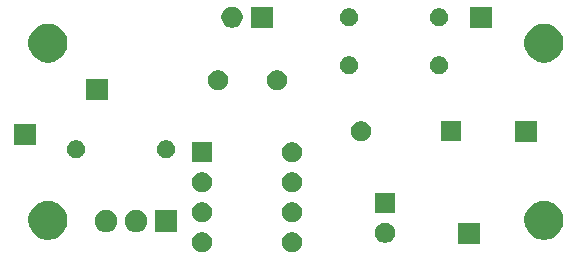
<source format=gbr>
%TF.GenerationSoftware,KiCad,Pcbnew,(5.1.5)-3*%
%TF.CreationDate,2020-04-15T21:14:40+02:00*%
%TF.ProjectId,NE555,4e453535-352e-46b6-9963-61645f706362,v1.1*%
%TF.SameCoordinates,Original*%
%TF.FileFunction,Soldermask,Bot*%
%TF.FilePolarity,Negative*%
%FSLAX46Y46*%
G04 Gerber Fmt 4.6, Leading zero omitted, Abs format (unit mm)*
G04 Created by KiCad (PCBNEW (5.1.5)-3) date 2020-04-15 21:14:40*
%MOMM*%
%LPD*%
G04 APERTURE LIST*
%ADD10C,0.100000*%
G04 APERTURE END LIST*
D10*
G36*
X105912228Y-117037703D02*
G01*
X106067100Y-117101853D01*
X106206481Y-117194985D01*
X106325015Y-117313519D01*
X106418147Y-117452900D01*
X106482297Y-117607772D01*
X106515000Y-117772184D01*
X106515000Y-117939816D01*
X106482297Y-118104228D01*
X106418147Y-118259100D01*
X106325015Y-118398481D01*
X106206481Y-118517015D01*
X106067100Y-118610147D01*
X105912228Y-118674297D01*
X105747816Y-118707000D01*
X105580184Y-118707000D01*
X105415772Y-118674297D01*
X105260900Y-118610147D01*
X105121519Y-118517015D01*
X105002985Y-118398481D01*
X104909853Y-118259100D01*
X104845703Y-118104228D01*
X104813000Y-117939816D01*
X104813000Y-117772184D01*
X104845703Y-117607772D01*
X104909853Y-117452900D01*
X105002985Y-117313519D01*
X105121519Y-117194985D01*
X105260900Y-117101853D01*
X105415772Y-117037703D01*
X105580184Y-117005000D01*
X105747816Y-117005000D01*
X105912228Y-117037703D01*
G37*
G36*
X98292228Y-117037703D02*
G01*
X98447100Y-117101853D01*
X98586481Y-117194985D01*
X98705015Y-117313519D01*
X98798147Y-117452900D01*
X98862297Y-117607772D01*
X98895000Y-117772184D01*
X98895000Y-117939816D01*
X98862297Y-118104228D01*
X98798147Y-118259100D01*
X98705015Y-118398481D01*
X98586481Y-118517015D01*
X98447100Y-118610147D01*
X98292228Y-118674297D01*
X98127816Y-118707000D01*
X97960184Y-118707000D01*
X97795772Y-118674297D01*
X97640900Y-118610147D01*
X97501519Y-118517015D01*
X97382985Y-118398481D01*
X97289853Y-118259100D01*
X97225703Y-118104228D01*
X97193000Y-117939816D01*
X97193000Y-117772184D01*
X97225703Y-117607772D01*
X97289853Y-117452900D01*
X97382985Y-117313519D01*
X97501519Y-117194985D01*
X97640900Y-117101853D01*
X97795772Y-117037703D01*
X97960184Y-117005000D01*
X98127816Y-117005000D01*
X98292228Y-117037703D01*
G37*
G36*
X121551000Y-117995000D02*
G01*
X119749000Y-117995000D01*
X119749000Y-116193000D01*
X121551000Y-116193000D01*
X121551000Y-117995000D01*
G37*
G36*
X113786228Y-116235703D02*
G01*
X113941100Y-116299853D01*
X114080481Y-116392985D01*
X114199015Y-116511519D01*
X114292147Y-116650900D01*
X114356297Y-116805772D01*
X114389000Y-116970184D01*
X114389000Y-117137816D01*
X114356297Y-117302228D01*
X114292147Y-117457100D01*
X114199015Y-117596481D01*
X114080481Y-117715015D01*
X113941100Y-117808147D01*
X113786228Y-117872297D01*
X113621816Y-117905000D01*
X113454184Y-117905000D01*
X113289772Y-117872297D01*
X113134900Y-117808147D01*
X112995519Y-117715015D01*
X112876985Y-117596481D01*
X112783853Y-117457100D01*
X112719703Y-117302228D01*
X112687000Y-117137816D01*
X112687000Y-116970184D01*
X112719703Y-116805772D01*
X112783853Y-116650900D01*
X112876985Y-116511519D01*
X112995519Y-116392985D01*
X113134900Y-116299853D01*
X113289772Y-116235703D01*
X113454184Y-116203000D01*
X113621816Y-116203000D01*
X113786228Y-116235703D01*
G37*
G36*
X85375256Y-114391298D02*
G01*
X85481579Y-114412447D01*
X85782042Y-114536903D01*
X86052451Y-114717585D01*
X86282415Y-114947549D01*
X86463097Y-115217958D01*
X86463098Y-115217960D01*
X86499550Y-115305963D01*
X86587553Y-115518421D01*
X86596665Y-115564229D01*
X86651000Y-115837389D01*
X86651000Y-116162611D01*
X86623701Y-116299852D01*
X86587553Y-116481579D01*
X86463097Y-116782042D01*
X86282415Y-117052451D01*
X86052451Y-117282415D01*
X85782042Y-117463097D01*
X85481579Y-117587553D01*
X85379936Y-117607771D01*
X85162611Y-117651000D01*
X84837389Y-117651000D01*
X84620064Y-117607771D01*
X84518421Y-117587553D01*
X84217958Y-117463097D01*
X83947549Y-117282415D01*
X83717585Y-117052451D01*
X83536903Y-116782042D01*
X83412447Y-116481579D01*
X83376299Y-116299852D01*
X83349000Y-116162611D01*
X83349000Y-115837389D01*
X83403335Y-115564229D01*
X83412447Y-115518421D01*
X83500450Y-115305963D01*
X83536902Y-115217960D01*
X83536903Y-115217958D01*
X83717585Y-114947549D01*
X83947549Y-114717585D01*
X84217958Y-114536903D01*
X84518421Y-114412447D01*
X84624744Y-114391298D01*
X84837389Y-114349000D01*
X85162611Y-114349000D01*
X85375256Y-114391298D01*
G37*
G36*
X127375256Y-114391298D02*
G01*
X127481579Y-114412447D01*
X127782042Y-114536903D01*
X128052451Y-114717585D01*
X128282415Y-114947549D01*
X128463097Y-115217958D01*
X128463098Y-115217960D01*
X128499550Y-115305963D01*
X128587553Y-115518421D01*
X128596665Y-115564229D01*
X128651000Y-115837389D01*
X128651000Y-116162611D01*
X128623701Y-116299852D01*
X128587553Y-116481579D01*
X128463097Y-116782042D01*
X128282415Y-117052451D01*
X128052451Y-117282415D01*
X127782042Y-117463097D01*
X127481579Y-117587553D01*
X127379936Y-117607771D01*
X127162611Y-117651000D01*
X126837389Y-117651000D01*
X126620064Y-117607771D01*
X126518421Y-117587553D01*
X126217958Y-117463097D01*
X125947549Y-117282415D01*
X125717585Y-117052451D01*
X125536903Y-116782042D01*
X125412447Y-116481579D01*
X125376299Y-116299852D01*
X125349000Y-116162611D01*
X125349000Y-115837389D01*
X125403335Y-115564229D01*
X125412447Y-115518421D01*
X125500450Y-115305963D01*
X125536902Y-115217960D01*
X125536903Y-115217958D01*
X125717585Y-114947549D01*
X125947549Y-114717585D01*
X126217958Y-114536903D01*
X126518421Y-114412447D01*
X126624744Y-114391298D01*
X126837389Y-114349000D01*
X127162611Y-114349000D01*
X127375256Y-114391298D01*
G37*
G36*
X95947000Y-117029000D02*
G01*
X94045000Y-117029000D01*
X94045000Y-115127000D01*
X95947000Y-115127000D01*
X95947000Y-117029000D01*
G37*
G36*
X92733395Y-115163546D02*
G01*
X92906466Y-115235234D01*
X92906467Y-115235235D01*
X93062227Y-115339310D01*
X93194690Y-115471773D01*
X93194691Y-115471775D01*
X93298766Y-115627534D01*
X93370454Y-115800605D01*
X93407000Y-115984333D01*
X93407000Y-116171667D01*
X93370454Y-116355395D01*
X93298766Y-116528466D01*
X93298765Y-116528467D01*
X93194690Y-116684227D01*
X93062227Y-116816690D01*
X92983818Y-116869081D01*
X92906466Y-116920766D01*
X92733395Y-116992454D01*
X92549667Y-117029000D01*
X92362333Y-117029000D01*
X92178605Y-116992454D01*
X92005534Y-116920766D01*
X91928182Y-116869081D01*
X91849773Y-116816690D01*
X91717310Y-116684227D01*
X91613235Y-116528467D01*
X91613234Y-116528466D01*
X91541546Y-116355395D01*
X91505000Y-116171667D01*
X91505000Y-115984333D01*
X91541546Y-115800605D01*
X91613234Y-115627534D01*
X91717309Y-115471775D01*
X91717310Y-115471773D01*
X91849773Y-115339310D01*
X92005533Y-115235235D01*
X92005534Y-115235234D01*
X92178605Y-115163546D01*
X92362333Y-115127000D01*
X92549667Y-115127000D01*
X92733395Y-115163546D01*
G37*
G36*
X90193395Y-115163546D02*
G01*
X90366466Y-115235234D01*
X90366467Y-115235235D01*
X90522227Y-115339310D01*
X90654690Y-115471773D01*
X90654691Y-115471775D01*
X90758766Y-115627534D01*
X90830454Y-115800605D01*
X90867000Y-115984333D01*
X90867000Y-116171667D01*
X90830454Y-116355395D01*
X90758766Y-116528466D01*
X90758765Y-116528467D01*
X90654690Y-116684227D01*
X90522227Y-116816690D01*
X90443818Y-116869081D01*
X90366466Y-116920766D01*
X90193395Y-116992454D01*
X90009667Y-117029000D01*
X89822333Y-117029000D01*
X89638605Y-116992454D01*
X89465534Y-116920766D01*
X89388182Y-116869081D01*
X89309773Y-116816690D01*
X89177310Y-116684227D01*
X89073235Y-116528467D01*
X89073234Y-116528466D01*
X89001546Y-116355395D01*
X88965000Y-116171667D01*
X88965000Y-115984333D01*
X89001546Y-115800605D01*
X89073234Y-115627534D01*
X89177309Y-115471775D01*
X89177310Y-115471773D01*
X89309773Y-115339310D01*
X89465533Y-115235235D01*
X89465534Y-115235234D01*
X89638605Y-115163546D01*
X89822333Y-115127000D01*
X90009667Y-115127000D01*
X90193395Y-115163546D01*
G37*
G36*
X98292228Y-114497703D02*
G01*
X98447100Y-114561853D01*
X98586481Y-114654985D01*
X98705015Y-114773519D01*
X98798147Y-114912900D01*
X98862297Y-115067772D01*
X98895000Y-115232184D01*
X98895000Y-115399816D01*
X98862297Y-115564228D01*
X98798147Y-115719100D01*
X98705015Y-115858481D01*
X98586481Y-115977015D01*
X98447100Y-116070147D01*
X98292228Y-116134297D01*
X98127816Y-116167000D01*
X97960184Y-116167000D01*
X97795772Y-116134297D01*
X97640900Y-116070147D01*
X97501519Y-115977015D01*
X97382985Y-115858481D01*
X97289853Y-115719100D01*
X97225703Y-115564228D01*
X97193000Y-115399816D01*
X97193000Y-115232184D01*
X97225703Y-115067772D01*
X97289853Y-114912900D01*
X97382985Y-114773519D01*
X97501519Y-114654985D01*
X97640900Y-114561853D01*
X97795772Y-114497703D01*
X97960184Y-114465000D01*
X98127816Y-114465000D01*
X98292228Y-114497703D01*
G37*
G36*
X105912228Y-114497703D02*
G01*
X106067100Y-114561853D01*
X106206481Y-114654985D01*
X106325015Y-114773519D01*
X106418147Y-114912900D01*
X106482297Y-115067772D01*
X106515000Y-115232184D01*
X106515000Y-115399816D01*
X106482297Y-115564228D01*
X106418147Y-115719100D01*
X106325015Y-115858481D01*
X106206481Y-115977015D01*
X106067100Y-116070147D01*
X105912228Y-116134297D01*
X105747816Y-116167000D01*
X105580184Y-116167000D01*
X105415772Y-116134297D01*
X105260900Y-116070147D01*
X105121519Y-115977015D01*
X105002985Y-115858481D01*
X104909853Y-115719100D01*
X104845703Y-115564228D01*
X104813000Y-115399816D01*
X104813000Y-115232184D01*
X104845703Y-115067772D01*
X104909853Y-114912900D01*
X105002985Y-114773519D01*
X105121519Y-114654985D01*
X105260900Y-114561853D01*
X105415772Y-114497703D01*
X105580184Y-114465000D01*
X105747816Y-114465000D01*
X105912228Y-114497703D01*
G37*
G36*
X114389000Y-115405000D02*
G01*
X112687000Y-115405000D01*
X112687000Y-113703000D01*
X114389000Y-113703000D01*
X114389000Y-115405000D01*
G37*
G36*
X105912228Y-111957703D02*
G01*
X106067100Y-112021853D01*
X106206481Y-112114985D01*
X106325015Y-112233519D01*
X106418147Y-112372900D01*
X106482297Y-112527772D01*
X106515000Y-112692184D01*
X106515000Y-112859816D01*
X106482297Y-113024228D01*
X106418147Y-113179100D01*
X106325015Y-113318481D01*
X106206481Y-113437015D01*
X106067100Y-113530147D01*
X105912228Y-113594297D01*
X105747816Y-113627000D01*
X105580184Y-113627000D01*
X105415772Y-113594297D01*
X105260900Y-113530147D01*
X105121519Y-113437015D01*
X105002985Y-113318481D01*
X104909853Y-113179100D01*
X104845703Y-113024228D01*
X104813000Y-112859816D01*
X104813000Y-112692184D01*
X104845703Y-112527772D01*
X104909853Y-112372900D01*
X105002985Y-112233519D01*
X105121519Y-112114985D01*
X105260900Y-112021853D01*
X105415772Y-111957703D01*
X105580184Y-111925000D01*
X105747816Y-111925000D01*
X105912228Y-111957703D01*
G37*
G36*
X98292228Y-111957703D02*
G01*
X98447100Y-112021853D01*
X98586481Y-112114985D01*
X98705015Y-112233519D01*
X98798147Y-112372900D01*
X98862297Y-112527772D01*
X98895000Y-112692184D01*
X98895000Y-112859816D01*
X98862297Y-113024228D01*
X98798147Y-113179100D01*
X98705015Y-113318481D01*
X98586481Y-113437015D01*
X98447100Y-113530147D01*
X98292228Y-113594297D01*
X98127816Y-113627000D01*
X97960184Y-113627000D01*
X97795772Y-113594297D01*
X97640900Y-113530147D01*
X97501519Y-113437015D01*
X97382985Y-113318481D01*
X97289853Y-113179100D01*
X97225703Y-113024228D01*
X97193000Y-112859816D01*
X97193000Y-112692184D01*
X97225703Y-112527772D01*
X97289853Y-112372900D01*
X97382985Y-112233519D01*
X97501519Y-112114985D01*
X97640900Y-112021853D01*
X97795772Y-111957703D01*
X97960184Y-111925000D01*
X98127816Y-111925000D01*
X98292228Y-111957703D01*
G37*
G36*
X98895000Y-111087000D02*
G01*
X97193000Y-111087000D01*
X97193000Y-109385000D01*
X98895000Y-109385000D01*
X98895000Y-111087000D01*
G37*
G36*
X105912228Y-109417703D02*
G01*
X106067100Y-109481853D01*
X106206481Y-109574985D01*
X106325015Y-109693519D01*
X106418147Y-109832900D01*
X106482297Y-109987772D01*
X106515000Y-110152184D01*
X106515000Y-110319816D01*
X106482297Y-110484228D01*
X106418147Y-110639100D01*
X106325015Y-110778481D01*
X106206481Y-110897015D01*
X106067100Y-110990147D01*
X105912228Y-111054297D01*
X105747816Y-111087000D01*
X105580184Y-111087000D01*
X105415772Y-111054297D01*
X105260900Y-110990147D01*
X105121519Y-110897015D01*
X105002985Y-110778481D01*
X104909853Y-110639100D01*
X104845703Y-110484228D01*
X104813000Y-110319816D01*
X104813000Y-110152184D01*
X104845703Y-109987772D01*
X104909853Y-109832900D01*
X105002985Y-109693519D01*
X105121519Y-109574985D01*
X105260900Y-109481853D01*
X105415772Y-109417703D01*
X105580184Y-109385000D01*
X105747816Y-109385000D01*
X105912228Y-109417703D01*
G37*
G36*
X87595059Y-109259860D02*
G01*
X87634737Y-109276295D01*
X87731732Y-109316472D01*
X87854735Y-109398660D01*
X87959340Y-109503265D01*
X88041528Y-109626268D01*
X88041529Y-109626270D01*
X88098140Y-109762941D01*
X88127000Y-109908032D01*
X88127000Y-110055968D01*
X88098140Y-110201059D01*
X88048950Y-110319815D01*
X88041528Y-110337732D01*
X87959340Y-110460735D01*
X87854735Y-110565340D01*
X87731732Y-110647528D01*
X87731731Y-110647529D01*
X87731730Y-110647529D01*
X87595059Y-110704140D01*
X87449968Y-110733000D01*
X87302032Y-110733000D01*
X87156941Y-110704140D01*
X87020270Y-110647529D01*
X87020269Y-110647529D01*
X87020268Y-110647528D01*
X86897265Y-110565340D01*
X86792660Y-110460735D01*
X86710472Y-110337732D01*
X86703051Y-110319815D01*
X86653860Y-110201059D01*
X86625000Y-110055968D01*
X86625000Y-109908032D01*
X86653860Y-109762941D01*
X86710471Y-109626270D01*
X86710472Y-109626268D01*
X86792660Y-109503265D01*
X86897265Y-109398660D01*
X87020268Y-109316472D01*
X87117264Y-109276295D01*
X87156941Y-109259860D01*
X87302032Y-109231000D01*
X87449968Y-109231000D01*
X87595059Y-109259860D01*
G37*
G36*
X95215059Y-109259860D02*
G01*
X95254737Y-109276295D01*
X95351732Y-109316472D01*
X95474735Y-109398660D01*
X95579340Y-109503265D01*
X95661528Y-109626268D01*
X95661529Y-109626270D01*
X95718140Y-109762941D01*
X95747000Y-109908032D01*
X95747000Y-110055968D01*
X95718140Y-110201059D01*
X95668950Y-110319815D01*
X95661528Y-110337732D01*
X95579340Y-110460735D01*
X95474735Y-110565340D01*
X95351732Y-110647528D01*
X95351731Y-110647529D01*
X95351730Y-110647529D01*
X95215059Y-110704140D01*
X95069968Y-110733000D01*
X94922032Y-110733000D01*
X94776941Y-110704140D01*
X94640270Y-110647529D01*
X94640269Y-110647529D01*
X94640268Y-110647528D01*
X94517265Y-110565340D01*
X94412660Y-110460735D01*
X94330472Y-110337732D01*
X94323051Y-110319815D01*
X94273860Y-110201059D01*
X94245000Y-110055968D01*
X94245000Y-109908032D01*
X94273860Y-109762941D01*
X94330471Y-109626270D01*
X94330472Y-109626268D01*
X94412660Y-109503265D01*
X94517265Y-109398660D01*
X94640268Y-109316472D01*
X94737264Y-109276295D01*
X94776941Y-109259860D01*
X94922032Y-109231000D01*
X95069968Y-109231000D01*
X95215059Y-109259860D01*
G37*
G36*
X83959000Y-109613000D02*
G01*
X82157000Y-109613000D01*
X82157000Y-107811000D01*
X83959000Y-107811000D01*
X83959000Y-109613000D01*
G37*
G36*
X126377000Y-109359000D02*
G01*
X124575000Y-109359000D01*
X124575000Y-107557000D01*
X126377000Y-107557000D01*
X126377000Y-109359000D01*
G37*
G36*
X119977000Y-109309000D02*
G01*
X118275000Y-109309000D01*
X118275000Y-107607000D01*
X119977000Y-107607000D01*
X119977000Y-109309000D01*
G37*
G36*
X111754228Y-107639703D02*
G01*
X111909100Y-107703853D01*
X112048481Y-107796985D01*
X112167015Y-107915519D01*
X112260147Y-108054900D01*
X112324297Y-108209772D01*
X112357000Y-108374184D01*
X112357000Y-108541816D01*
X112324297Y-108706228D01*
X112260147Y-108861100D01*
X112167015Y-109000481D01*
X112048481Y-109119015D01*
X111909100Y-109212147D01*
X111754228Y-109276297D01*
X111589816Y-109309000D01*
X111422184Y-109309000D01*
X111257772Y-109276297D01*
X111102900Y-109212147D01*
X110963519Y-109119015D01*
X110844985Y-109000481D01*
X110751853Y-108861100D01*
X110687703Y-108706228D01*
X110655000Y-108541816D01*
X110655000Y-108374184D01*
X110687703Y-108209772D01*
X110751853Y-108054900D01*
X110844985Y-107915519D01*
X110963519Y-107796985D01*
X111102900Y-107703853D01*
X111257772Y-107639703D01*
X111422184Y-107607000D01*
X111589816Y-107607000D01*
X111754228Y-107639703D01*
G37*
G36*
X90055000Y-105803000D02*
G01*
X88253000Y-105803000D01*
X88253000Y-104001000D01*
X90055000Y-104001000D01*
X90055000Y-105803000D01*
G37*
G36*
X104642228Y-103321703D02*
G01*
X104797100Y-103385853D01*
X104936481Y-103478985D01*
X105055015Y-103597519D01*
X105148147Y-103736900D01*
X105212297Y-103891772D01*
X105245000Y-104056184D01*
X105245000Y-104223816D01*
X105212297Y-104388228D01*
X105148147Y-104543100D01*
X105055015Y-104682481D01*
X104936481Y-104801015D01*
X104797100Y-104894147D01*
X104642228Y-104958297D01*
X104477816Y-104991000D01*
X104310184Y-104991000D01*
X104145772Y-104958297D01*
X103990900Y-104894147D01*
X103851519Y-104801015D01*
X103732985Y-104682481D01*
X103639853Y-104543100D01*
X103575703Y-104388228D01*
X103543000Y-104223816D01*
X103543000Y-104056184D01*
X103575703Y-103891772D01*
X103639853Y-103736900D01*
X103732985Y-103597519D01*
X103851519Y-103478985D01*
X103990900Y-103385853D01*
X104145772Y-103321703D01*
X104310184Y-103289000D01*
X104477816Y-103289000D01*
X104642228Y-103321703D01*
G37*
G36*
X99642228Y-103321703D02*
G01*
X99797100Y-103385853D01*
X99936481Y-103478985D01*
X100055015Y-103597519D01*
X100148147Y-103736900D01*
X100212297Y-103891772D01*
X100245000Y-104056184D01*
X100245000Y-104223816D01*
X100212297Y-104388228D01*
X100148147Y-104543100D01*
X100055015Y-104682481D01*
X99936481Y-104801015D01*
X99797100Y-104894147D01*
X99642228Y-104958297D01*
X99477816Y-104991000D01*
X99310184Y-104991000D01*
X99145772Y-104958297D01*
X98990900Y-104894147D01*
X98851519Y-104801015D01*
X98732985Y-104682481D01*
X98639853Y-104543100D01*
X98575703Y-104388228D01*
X98543000Y-104223816D01*
X98543000Y-104056184D01*
X98575703Y-103891772D01*
X98639853Y-103736900D01*
X98732985Y-103597519D01*
X98851519Y-103478985D01*
X98990900Y-103385853D01*
X99145772Y-103321703D01*
X99310184Y-103289000D01*
X99477816Y-103289000D01*
X99642228Y-103321703D01*
G37*
G36*
X118329059Y-102147860D02*
G01*
X118465732Y-102204472D01*
X118588735Y-102286660D01*
X118693340Y-102391265D01*
X118775528Y-102514268D01*
X118832140Y-102650941D01*
X118861000Y-102796033D01*
X118861000Y-102943967D01*
X118832140Y-103089059D01*
X118775528Y-103225732D01*
X118693340Y-103348735D01*
X118588735Y-103453340D01*
X118465732Y-103535528D01*
X118465731Y-103535529D01*
X118465730Y-103535529D01*
X118329059Y-103592140D01*
X118183968Y-103621000D01*
X118036032Y-103621000D01*
X117890941Y-103592140D01*
X117754270Y-103535529D01*
X117754269Y-103535529D01*
X117754268Y-103535528D01*
X117631265Y-103453340D01*
X117526660Y-103348735D01*
X117444472Y-103225732D01*
X117387860Y-103089059D01*
X117359000Y-102943967D01*
X117359000Y-102796033D01*
X117387860Y-102650941D01*
X117444472Y-102514268D01*
X117526660Y-102391265D01*
X117631265Y-102286660D01*
X117754268Y-102204472D01*
X117890941Y-102147860D01*
X118036032Y-102119000D01*
X118183968Y-102119000D01*
X118329059Y-102147860D01*
G37*
G36*
X110709059Y-102147860D02*
G01*
X110845732Y-102204472D01*
X110968735Y-102286660D01*
X111073340Y-102391265D01*
X111155528Y-102514268D01*
X111212140Y-102650941D01*
X111241000Y-102796033D01*
X111241000Y-102943967D01*
X111212140Y-103089059D01*
X111155528Y-103225732D01*
X111073340Y-103348735D01*
X110968735Y-103453340D01*
X110845732Y-103535528D01*
X110845731Y-103535529D01*
X110845730Y-103535529D01*
X110709059Y-103592140D01*
X110563968Y-103621000D01*
X110416032Y-103621000D01*
X110270941Y-103592140D01*
X110134270Y-103535529D01*
X110134269Y-103535529D01*
X110134268Y-103535528D01*
X110011265Y-103453340D01*
X109906660Y-103348735D01*
X109824472Y-103225732D01*
X109767860Y-103089059D01*
X109739000Y-102943967D01*
X109739000Y-102796033D01*
X109767860Y-102650941D01*
X109824472Y-102514268D01*
X109906660Y-102391265D01*
X110011265Y-102286660D01*
X110134268Y-102204472D01*
X110270941Y-102147860D01*
X110416032Y-102119000D01*
X110563968Y-102119000D01*
X110709059Y-102147860D01*
G37*
G36*
X127365412Y-99389340D02*
G01*
X127481579Y-99412447D01*
X127624213Y-99471528D01*
X127760887Y-99528140D01*
X127782042Y-99536903D01*
X128052451Y-99717585D01*
X128282415Y-99947549D01*
X128463097Y-100217958D01*
X128587553Y-100518421D01*
X128651000Y-100837391D01*
X128651000Y-101162609D01*
X128587553Y-101481579D01*
X128463097Y-101782042D01*
X128282415Y-102052451D01*
X128052451Y-102282415D01*
X127782042Y-102463097D01*
X127481579Y-102587553D01*
X127375256Y-102608702D01*
X127162611Y-102651000D01*
X126837389Y-102651000D01*
X126624744Y-102608702D01*
X126518421Y-102587553D01*
X126217958Y-102463097D01*
X125947549Y-102282415D01*
X125717585Y-102052451D01*
X125536903Y-101782042D01*
X125412447Y-101481579D01*
X125349000Y-101162609D01*
X125349000Y-100837391D01*
X125412447Y-100518421D01*
X125536903Y-100217958D01*
X125717585Y-99947549D01*
X125947549Y-99717585D01*
X126217958Y-99536903D01*
X126239114Y-99528140D01*
X126375787Y-99471528D01*
X126518421Y-99412447D01*
X126634588Y-99389340D01*
X126837389Y-99349000D01*
X127162611Y-99349000D01*
X127365412Y-99389340D01*
G37*
G36*
X85365412Y-99389340D02*
G01*
X85481579Y-99412447D01*
X85624213Y-99471528D01*
X85760887Y-99528140D01*
X85782042Y-99536903D01*
X86052451Y-99717585D01*
X86282415Y-99947549D01*
X86463097Y-100217958D01*
X86587553Y-100518421D01*
X86651000Y-100837391D01*
X86651000Y-101162609D01*
X86587553Y-101481579D01*
X86463097Y-101782042D01*
X86282415Y-102052451D01*
X86052451Y-102282415D01*
X85782042Y-102463097D01*
X85481579Y-102587553D01*
X85375256Y-102608702D01*
X85162611Y-102651000D01*
X84837389Y-102651000D01*
X84624744Y-102608702D01*
X84518421Y-102587553D01*
X84217958Y-102463097D01*
X83947549Y-102282415D01*
X83717585Y-102052451D01*
X83536903Y-101782042D01*
X83412447Y-101481579D01*
X83349000Y-101162609D01*
X83349000Y-100837391D01*
X83412447Y-100518421D01*
X83536903Y-100217958D01*
X83717585Y-99947549D01*
X83947549Y-99717585D01*
X84217958Y-99536903D01*
X84239114Y-99528140D01*
X84375787Y-99471528D01*
X84518421Y-99412447D01*
X84634588Y-99389340D01*
X84837389Y-99349000D01*
X85162611Y-99349000D01*
X85365412Y-99389340D01*
G37*
G36*
X100697512Y-97909927D02*
G01*
X100846812Y-97939624D01*
X101010784Y-98007544D01*
X101158354Y-98106147D01*
X101283853Y-98231646D01*
X101382456Y-98379216D01*
X101450376Y-98543188D01*
X101485000Y-98717259D01*
X101485000Y-98894741D01*
X101450376Y-99068812D01*
X101382456Y-99232784D01*
X101283853Y-99380354D01*
X101158354Y-99505853D01*
X101010784Y-99604456D01*
X100846812Y-99672376D01*
X100697512Y-99702073D01*
X100672742Y-99707000D01*
X100495258Y-99707000D01*
X100470488Y-99702073D01*
X100321188Y-99672376D01*
X100157216Y-99604456D01*
X100009646Y-99505853D01*
X99884147Y-99380354D01*
X99785544Y-99232784D01*
X99717624Y-99068812D01*
X99683000Y-98894741D01*
X99683000Y-98717259D01*
X99717624Y-98543188D01*
X99785544Y-98379216D01*
X99884147Y-98231646D01*
X100009646Y-98106147D01*
X100157216Y-98007544D01*
X100321188Y-97939624D01*
X100470488Y-97909927D01*
X100495258Y-97905000D01*
X100672742Y-97905000D01*
X100697512Y-97909927D01*
G37*
G36*
X122567000Y-99707000D02*
G01*
X120765000Y-99707000D01*
X120765000Y-97905000D01*
X122567000Y-97905000D01*
X122567000Y-99707000D01*
G37*
G36*
X104025000Y-99707000D02*
G01*
X102223000Y-99707000D01*
X102223000Y-97905000D01*
X104025000Y-97905000D01*
X104025000Y-99707000D01*
G37*
G36*
X118329059Y-98083860D02*
G01*
X118382865Y-98106147D01*
X118465732Y-98140472D01*
X118588735Y-98222660D01*
X118693340Y-98327265D01*
X118728054Y-98379218D01*
X118775529Y-98450270D01*
X118832140Y-98586941D01*
X118861000Y-98732032D01*
X118861000Y-98879968D01*
X118858061Y-98894742D01*
X118832140Y-99025059D01*
X118775528Y-99161732D01*
X118693340Y-99284735D01*
X118588735Y-99389340D01*
X118465732Y-99471528D01*
X118465731Y-99471529D01*
X118465730Y-99471529D01*
X118329059Y-99528140D01*
X118183968Y-99557000D01*
X118036032Y-99557000D01*
X117890941Y-99528140D01*
X117754270Y-99471529D01*
X117754269Y-99471529D01*
X117754268Y-99471528D01*
X117631265Y-99389340D01*
X117526660Y-99284735D01*
X117444472Y-99161732D01*
X117387860Y-99025059D01*
X117361939Y-98894742D01*
X117359000Y-98879968D01*
X117359000Y-98732032D01*
X117387860Y-98586941D01*
X117444471Y-98450270D01*
X117491946Y-98379218D01*
X117526660Y-98327265D01*
X117631265Y-98222660D01*
X117754268Y-98140472D01*
X117837136Y-98106147D01*
X117890941Y-98083860D01*
X118036032Y-98055000D01*
X118183968Y-98055000D01*
X118329059Y-98083860D01*
G37*
G36*
X110709059Y-98083860D02*
G01*
X110762865Y-98106147D01*
X110845732Y-98140472D01*
X110968735Y-98222660D01*
X111073340Y-98327265D01*
X111108054Y-98379218D01*
X111155529Y-98450270D01*
X111212140Y-98586941D01*
X111241000Y-98732032D01*
X111241000Y-98879968D01*
X111238061Y-98894742D01*
X111212140Y-99025059D01*
X111155528Y-99161732D01*
X111073340Y-99284735D01*
X110968735Y-99389340D01*
X110845732Y-99471528D01*
X110845731Y-99471529D01*
X110845730Y-99471529D01*
X110709059Y-99528140D01*
X110563968Y-99557000D01*
X110416032Y-99557000D01*
X110270941Y-99528140D01*
X110134270Y-99471529D01*
X110134269Y-99471529D01*
X110134268Y-99471528D01*
X110011265Y-99389340D01*
X109906660Y-99284735D01*
X109824472Y-99161732D01*
X109767860Y-99025059D01*
X109741939Y-98894742D01*
X109739000Y-98879968D01*
X109739000Y-98732032D01*
X109767860Y-98586941D01*
X109824471Y-98450270D01*
X109871946Y-98379218D01*
X109906660Y-98327265D01*
X110011265Y-98222660D01*
X110134268Y-98140472D01*
X110217136Y-98106147D01*
X110270941Y-98083860D01*
X110416032Y-98055000D01*
X110563968Y-98055000D01*
X110709059Y-98083860D01*
G37*
M02*

</source>
